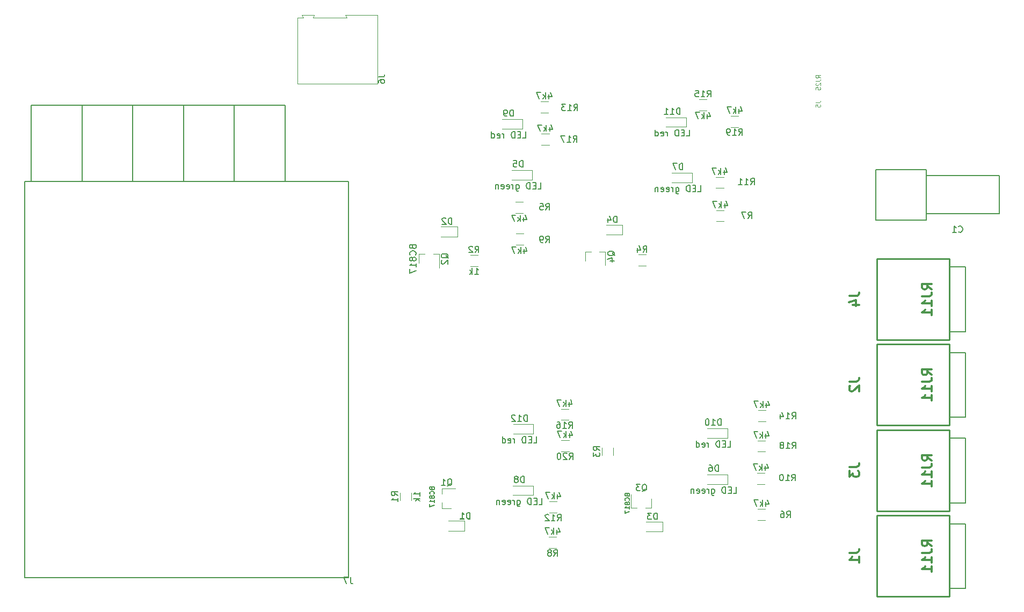
<source format=gbr>
G04 #@! TF.FileFunction,Legend,Bot*
%FSLAX46Y46*%
G04 Gerber Fmt 4.6, Leading zero omitted, Abs format (unit mm)*
G04 Created by KiCad (PCBNEW 4.0.7-e2-6376~58~ubuntu16.04.1) date Wed Jul 18 13:48:42 2018*
%MOMM*%
%LPD*%
G01*
G04 APERTURE LIST*
%ADD10C,0.100000*%
%ADD11C,0.150000*%
%ADD12C,0.250000*%
%ADD13C,0.120000*%
%ADD14C,0.304800*%
G04 APERTURE END LIST*
D10*
D11*
X137840000Y-54550000D02*
X137840000Y-66550000D01*
X145840000Y-66550000D02*
X145840000Y-54550000D01*
X153840000Y-54550000D02*
X153840000Y-66550000D01*
X161840000Y-66550000D02*
X161840000Y-54550000D01*
X129840000Y-54550000D02*
X169840000Y-54550000D01*
X169840000Y-54550000D02*
X169840000Y-66550000D01*
X129840000Y-66550000D02*
X129840000Y-54550000D01*
X179840000Y-129050000D02*
X128840000Y-129050000D01*
X128840000Y-129050000D02*
X128840000Y-66550000D01*
X128840000Y-66550000D02*
X179840000Y-66550000D01*
X179840000Y-66550000D02*
X179840000Y-129050000D01*
X277151480Y-120550000D02*
X277151480Y-130750000D01*
X274651480Y-130750000D02*
X277151480Y-130750000D01*
X274651480Y-120550000D02*
X277151480Y-120550000D01*
D12*
X263151480Y-132050000D02*
X274651480Y-132050000D01*
X263151480Y-119250000D02*
X274651480Y-119250000D01*
X263151480Y-119250000D02*
X263151480Y-132050000D01*
X274651480Y-119250000D02*
X274651480Y-132050000D01*
D13*
X184440200Y-51139500D02*
X171840200Y-51139500D01*
X171840200Y-51139500D02*
X171840200Y-40789500D01*
X171840200Y-40789500D02*
X172790200Y-40789500D01*
X172790200Y-40789500D02*
X172540200Y-40289500D01*
X172540200Y-40289500D02*
X174440200Y-40289500D01*
X174440200Y-40289500D02*
X174490200Y-40289500D01*
X174490200Y-40289500D02*
X174240200Y-40789500D01*
X174240200Y-40789500D02*
X179640200Y-40789500D01*
X179640200Y-40789500D02*
X179340200Y-40289500D01*
X179340200Y-40289500D02*
X184440200Y-40289500D01*
X184440200Y-40289500D02*
X184440200Y-51139500D01*
X194593780Y-118118640D02*
X194593780Y-117188640D01*
X194593780Y-114958640D02*
X194593780Y-115888640D01*
X194593780Y-114958640D02*
X196753780Y-114958640D01*
X194593780Y-118118640D02*
X196053780Y-118118640D01*
X227580000Y-118060000D02*
X226650000Y-118060000D01*
X224420000Y-118060000D02*
X225350000Y-118060000D01*
X224420000Y-118060000D02*
X224420000Y-115900000D01*
X227580000Y-118060000D02*
X227580000Y-116600000D01*
X190977240Y-78013920D02*
X191907240Y-78013920D01*
X194137240Y-78013920D02*
X193207240Y-78013920D01*
X194137240Y-78013920D02*
X194137240Y-80173920D01*
X190977240Y-78013920D02*
X190977240Y-79473920D01*
X217207820Y-77630380D02*
X218137820Y-77630380D01*
X220367820Y-77630380D02*
X219437820Y-77630380D01*
X220367820Y-77630380D02*
X220367820Y-79790380D01*
X217207820Y-77630380D02*
X217207820Y-79090380D01*
D11*
X270974800Y-71675500D02*
X282474800Y-71675500D01*
X282474800Y-71675500D02*
X282474800Y-71175500D01*
X270974800Y-65675500D02*
X282474800Y-65675500D01*
X282474800Y-65675500D02*
X282474800Y-71675500D01*
X262974800Y-64675500D02*
X270974800Y-64675500D01*
X270974800Y-64675500D02*
X270974800Y-72675500D01*
X270974800Y-72675500D02*
X262974800Y-72675500D01*
X262974800Y-64675500D02*
X262974800Y-72675500D01*
D13*
X198193300Y-120069340D02*
X198193300Y-121669340D01*
X198193300Y-121669340D02*
X195593300Y-121669340D01*
X198193300Y-120069340D02*
X195593300Y-120069340D01*
X197022360Y-73653380D02*
X197022360Y-75253380D01*
X197022360Y-75253380D02*
X194422360Y-75253380D01*
X197022360Y-73653380D02*
X194422360Y-73653380D01*
X229397200Y-120209040D02*
X229397200Y-121809040D01*
X229397200Y-121809040D02*
X226797200Y-121809040D01*
X229397200Y-120209040D02*
X226797200Y-120209040D01*
X223072600Y-73389220D02*
X223072600Y-74989220D01*
X223072600Y-74989220D02*
X220472600Y-74989220D01*
X223072600Y-73389220D02*
X220472600Y-73389220D01*
X205800000Y-116050000D02*
X209000000Y-116050000D01*
X209000000Y-114550000D02*
X205800000Y-114550000D01*
X209000000Y-114550000D02*
X209000000Y-116050000D01*
X205618680Y-66285440D02*
X208818680Y-66285440D01*
X208818680Y-64785440D02*
X205618680Y-64785440D01*
X208818680Y-64785440D02*
X208818680Y-66285440D01*
X236451740Y-114288900D02*
X239651740Y-114288900D01*
X239651740Y-112788900D02*
X236451740Y-112788900D01*
X239651740Y-112788900D02*
X239651740Y-114288900D01*
X230820560Y-66732480D02*
X234020560Y-66732480D01*
X234020560Y-65232480D02*
X230820560Y-65232480D01*
X234020560Y-65232480D02*
X234020560Y-66732480D01*
X205829500Y-106374260D02*
X209029500Y-106374260D01*
X209029500Y-104874260D02*
X205829500Y-104874260D01*
X209029500Y-104874260D02*
X209029500Y-106374260D01*
X204115000Y-58269200D02*
X207315000Y-58269200D01*
X207315000Y-56769200D02*
X204115000Y-56769200D01*
X207315000Y-56769200D02*
X207315000Y-58269200D01*
X236411100Y-107019420D02*
X239611100Y-107019420D01*
X239611100Y-105519420D02*
X236411100Y-105519420D01*
X239611100Y-105519420D02*
X239611100Y-107019420D01*
X229926480Y-57959320D02*
X233126480Y-57959320D01*
X233126480Y-56459320D02*
X229926480Y-56459320D01*
X233126480Y-56459320D02*
X233126480Y-57959320D01*
X206186320Y-71556400D02*
X207386320Y-71556400D01*
X207386320Y-69796400D02*
X206186320Y-69796400D01*
X245493940Y-112564920D02*
X244293940Y-112564920D01*
X244293940Y-114324920D02*
X245493940Y-114324920D01*
X212750800Y-117042940D02*
X211550800Y-117042940D01*
X211550800Y-118802940D02*
X212750800Y-118802940D01*
X239014400Y-65859400D02*
X237814400Y-65859400D01*
X237814400Y-67619400D02*
X239014400Y-67619400D01*
X206242200Y-76585600D02*
X207442200Y-76585600D01*
X207442200Y-74825600D02*
X206242200Y-74825600D01*
X245603160Y-118206260D02*
X244403160Y-118206260D01*
X244403160Y-119966260D02*
X245603160Y-119966260D01*
X212666980Y-122630940D02*
X211466980Y-122630940D01*
X211466980Y-124390940D02*
X212666980Y-124390940D01*
X239090600Y-71117200D02*
X237890600Y-71117200D01*
X237890600Y-72877200D02*
X239090600Y-72877200D01*
X211500000Y-59070000D02*
X210300000Y-59070000D01*
X210300000Y-60830000D02*
X211500000Y-60830000D01*
X245641260Y-102623360D02*
X244441260Y-102623360D01*
X244441260Y-104383360D02*
X245641260Y-104383360D01*
X241350000Y-56220000D02*
X240150000Y-56220000D01*
X240150000Y-57980000D02*
X241350000Y-57980000D01*
X211350000Y-53945000D02*
X210150000Y-53945000D01*
X210150000Y-55705000D02*
X211350000Y-55705000D01*
X245565060Y-107423960D02*
X244365060Y-107423960D01*
X244365060Y-109183960D02*
X245565060Y-109183960D01*
X214625000Y-107370000D02*
X213425000Y-107370000D01*
X213425000Y-109130000D02*
X214625000Y-109130000D01*
X235175000Y-55355000D02*
X236375000Y-55355000D01*
X236375000Y-53595000D02*
X235175000Y-53595000D01*
X189784720Y-116874480D02*
X189784720Y-115674480D01*
X188024720Y-115674480D02*
X188024720Y-116874480D01*
X221608380Y-109749780D02*
X221608380Y-108549780D01*
X219848380Y-108549780D02*
X219848380Y-109749780D01*
X199061620Y-79910460D02*
X200261620Y-79910460D01*
X200261620Y-78150460D02*
X199061620Y-78150460D01*
X225546200Y-79862200D02*
X226746200Y-79862200D01*
X226746200Y-78102200D02*
X225546200Y-78102200D01*
X214554200Y-102445560D02*
X213354200Y-102445560D01*
X213354200Y-104205560D02*
X214554200Y-104205560D01*
D11*
X277151480Y-107050000D02*
X277151480Y-117250000D01*
X274651480Y-117250000D02*
X277151480Y-117250000D01*
X274651480Y-107050000D02*
X277151480Y-107050000D01*
D12*
X263151480Y-118550000D02*
X274651480Y-118550000D01*
X263151480Y-105750000D02*
X274651480Y-105750000D01*
X263151480Y-105750000D02*
X263151480Y-118550000D01*
X274651480Y-105750000D02*
X274651480Y-118550000D01*
D11*
X277151480Y-80050000D02*
X277151480Y-90250000D01*
X274651480Y-90250000D02*
X277151480Y-90250000D01*
X274651480Y-80050000D02*
X277151480Y-80050000D01*
D12*
X263151480Y-91550000D02*
X274651480Y-91550000D01*
X263151480Y-78750000D02*
X274651480Y-78750000D01*
X263151480Y-78750000D02*
X263151480Y-91550000D01*
X274651480Y-78750000D02*
X274651480Y-91550000D01*
D11*
X277151480Y-93550000D02*
X277151480Y-103750000D01*
X274651480Y-103750000D02*
X277151480Y-103750000D01*
X274651480Y-93550000D02*
X277151480Y-93550000D01*
D12*
X263151480Y-105050000D02*
X274651480Y-105050000D01*
X263151480Y-92250000D02*
X274651480Y-92250000D01*
X263151480Y-92250000D02*
X263151480Y-105050000D01*
X274651480Y-92250000D02*
X274651480Y-105050000D01*
D11*
X180173333Y-129002381D02*
X180173333Y-129716667D01*
X180220953Y-129859524D01*
X180316191Y-129954762D01*
X180459048Y-130002381D01*
X180554286Y-130002381D01*
X179792381Y-129002381D02*
X179125714Y-129002381D01*
X179554286Y-130002381D01*
D14*
X258826909Y-125142000D02*
X259915480Y-125142000D01*
X260133194Y-125069428D01*
X260278337Y-124924285D01*
X260350909Y-124706571D01*
X260350909Y-124561428D01*
X260350909Y-126666000D02*
X260350909Y-125795143D01*
X260350909Y-126230571D02*
X258826909Y-126230571D01*
X259044623Y-126085428D01*
X259189766Y-125940286D01*
X259262337Y-125795143D01*
X271850909Y-124089714D02*
X271125194Y-123581714D01*
X271850909Y-123218857D02*
X270326909Y-123218857D01*
X270326909Y-123799429D01*
X270399480Y-123944571D01*
X270472051Y-124017143D01*
X270617194Y-124089714D01*
X270834909Y-124089714D01*
X270980051Y-124017143D01*
X271052623Y-123944571D01*
X271125194Y-123799429D01*
X271125194Y-123218857D01*
X270326909Y-125178286D02*
X271415480Y-125178286D01*
X271633194Y-125105714D01*
X271778337Y-124960571D01*
X271850909Y-124742857D01*
X271850909Y-124597714D01*
X271850909Y-126702286D02*
X271850909Y-125831429D01*
X271850909Y-126266857D02*
X270326909Y-126266857D01*
X270544623Y-126121714D01*
X270689766Y-125976572D01*
X270762337Y-125831429D01*
X271850909Y-128153715D02*
X271850909Y-127282858D01*
X271850909Y-127718286D02*
X270326909Y-127718286D01*
X270544623Y-127573143D01*
X270689766Y-127428001D01*
X270762337Y-127282858D01*
D11*
X184582581Y-50076167D02*
X185296867Y-50076167D01*
X185439724Y-50028547D01*
X185534962Y-49933309D01*
X185582581Y-49790452D01*
X185582581Y-49695214D01*
X184582581Y-50980929D02*
X184582581Y-50790452D01*
X184630200Y-50695214D01*
X184677819Y-50647595D01*
X184820676Y-50552357D01*
X185011152Y-50504738D01*
X185392105Y-50504738D01*
X185487343Y-50552357D01*
X185534962Y-50599976D01*
X185582581Y-50695214D01*
X185582581Y-50885691D01*
X185534962Y-50980929D01*
X185487343Y-51028548D01*
X185392105Y-51076167D01*
X185154010Y-51076167D01*
X185058771Y-51028548D01*
X185011152Y-50980929D01*
X184963533Y-50885691D01*
X184963533Y-50695214D01*
X185011152Y-50599976D01*
X185058771Y-50552357D01*
X185154010Y-50504738D01*
X195449018Y-114586259D02*
X195544256Y-114538640D01*
X195639494Y-114443402D01*
X195782351Y-114300545D01*
X195877590Y-114252926D01*
X195972828Y-114252926D01*
X195925209Y-114491021D02*
X196020447Y-114443402D01*
X196115685Y-114348164D01*
X196163304Y-114157688D01*
X196163304Y-113824354D01*
X196115685Y-113633878D01*
X196020447Y-113538640D01*
X195925209Y-113491021D01*
X195734732Y-113491021D01*
X195639494Y-113538640D01*
X195544256Y-113633878D01*
X195496637Y-113824354D01*
X195496637Y-114157688D01*
X195544256Y-114348164D01*
X195639494Y-114443402D01*
X195734732Y-114491021D01*
X195925209Y-114491021D01*
X194544256Y-114491021D02*
X195115685Y-114491021D01*
X194829971Y-114491021D02*
X194829971Y-113491021D01*
X194925209Y-113633878D01*
X195020447Y-113729116D01*
X195115685Y-113776735D01*
X193020000Y-115010000D02*
X193053333Y-115110000D01*
X193086667Y-115143333D01*
X193153333Y-115176667D01*
X193253333Y-115176667D01*
X193320000Y-115143333D01*
X193353333Y-115110000D01*
X193386667Y-115043333D01*
X193386667Y-114776667D01*
X192686667Y-114776667D01*
X192686667Y-115010000D01*
X192720000Y-115076667D01*
X192753333Y-115110000D01*
X192820000Y-115143333D01*
X192886667Y-115143333D01*
X192953333Y-115110000D01*
X192986667Y-115076667D01*
X193020000Y-115010000D01*
X193020000Y-114776667D01*
X193320000Y-115876667D02*
X193353333Y-115843333D01*
X193386667Y-115743333D01*
X193386667Y-115676667D01*
X193353333Y-115576667D01*
X193286667Y-115510000D01*
X193220000Y-115476667D01*
X193086667Y-115443333D01*
X192986667Y-115443333D01*
X192853333Y-115476667D01*
X192786667Y-115510000D01*
X192720000Y-115576667D01*
X192686667Y-115676667D01*
X192686667Y-115743333D01*
X192720000Y-115843333D01*
X192753333Y-115876667D01*
X192986667Y-116276667D02*
X192953333Y-116210000D01*
X192920000Y-116176667D01*
X192853333Y-116143333D01*
X192820000Y-116143333D01*
X192753333Y-116176667D01*
X192720000Y-116210000D01*
X192686667Y-116276667D01*
X192686667Y-116410000D01*
X192720000Y-116476667D01*
X192753333Y-116510000D01*
X192820000Y-116543333D01*
X192853333Y-116543333D01*
X192920000Y-116510000D01*
X192953333Y-116476667D01*
X192986667Y-116410000D01*
X192986667Y-116276667D01*
X193020000Y-116210000D01*
X193053333Y-116176667D01*
X193120000Y-116143333D01*
X193253333Y-116143333D01*
X193320000Y-116176667D01*
X193353333Y-116210000D01*
X193386667Y-116276667D01*
X193386667Y-116410000D01*
X193353333Y-116476667D01*
X193320000Y-116510000D01*
X193253333Y-116543333D01*
X193120000Y-116543333D01*
X193053333Y-116510000D01*
X193020000Y-116476667D01*
X192986667Y-116410000D01*
X193386667Y-117210000D02*
X193386667Y-116810000D01*
X193386667Y-117010000D02*
X192686667Y-117010000D01*
X192786667Y-116943334D01*
X192853333Y-116876667D01*
X192886667Y-116810000D01*
X192686667Y-117443334D02*
X192686667Y-117910001D01*
X193386667Y-117610001D01*
X226155238Y-115437619D02*
X226250476Y-115390000D01*
X226345714Y-115294762D01*
X226488571Y-115151905D01*
X226583810Y-115104286D01*
X226679048Y-115104286D01*
X226631429Y-115342381D02*
X226726667Y-115294762D01*
X226821905Y-115199524D01*
X226869524Y-115009048D01*
X226869524Y-114675714D01*
X226821905Y-114485238D01*
X226726667Y-114390000D01*
X226631429Y-114342381D01*
X226440952Y-114342381D01*
X226345714Y-114390000D01*
X226250476Y-114485238D01*
X226202857Y-114675714D01*
X226202857Y-115009048D01*
X226250476Y-115199524D01*
X226345714Y-115294762D01*
X226440952Y-115342381D01*
X226631429Y-115342381D01*
X225869524Y-114342381D02*
X225250476Y-114342381D01*
X225583810Y-114723333D01*
X225440952Y-114723333D01*
X225345714Y-114770952D01*
X225298095Y-114818571D01*
X225250476Y-114913810D01*
X225250476Y-115151905D01*
X225298095Y-115247143D01*
X225345714Y-115294762D01*
X225440952Y-115342381D01*
X225726667Y-115342381D01*
X225821905Y-115294762D01*
X225869524Y-115247143D01*
X223810000Y-116020000D02*
X223843333Y-116120000D01*
X223876667Y-116153333D01*
X223943333Y-116186667D01*
X224043333Y-116186667D01*
X224110000Y-116153333D01*
X224143333Y-116120000D01*
X224176667Y-116053333D01*
X224176667Y-115786667D01*
X223476667Y-115786667D01*
X223476667Y-116020000D01*
X223510000Y-116086667D01*
X223543333Y-116120000D01*
X223610000Y-116153333D01*
X223676667Y-116153333D01*
X223743333Y-116120000D01*
X223776667Y-116086667D01*
X223810000Y-116020000D01*
X223810000Y-115786667D01*
X224110000Y-116886667D02*
X224143333Y-116853333D01*
X224176667Y-116753333D01*
X224176667Y-116686667D01*
X224143333Y-116586667D01*
X224076667Y-116520000D01*
X224010000Y-116486667D01*
X223876667Y-116453333D01*
X223776667Y-116453333D01*
X223643333Y-116486667D01*
X223576667Y-116520000D01*
X223510000Y-116586667D01*
X223476667Y-116686667D01*
X223476667Y-116753333D01*
X223510000Y-116853333D01*
X223543333Y-116886667D01*
X223776667Y-117286667D02*
X223743333Y-117220000D01*
X223710000Y-117186667D01*
X223643333Y-117153333D01*
X223610000Y-117153333D01*
X223543333Y-117186667D01*
X223510000Y-117220000D01*
X223476667Y-117286667D01*
X223476667Y-117420000D01*
X223510000Y-117486667D01*
X223543333Y-117520000D01*
X223610000Y-117553333D01*
X223643333Y-117553333D01*
X223710000Y-117520000D01*
X223743333Y-117486667D01*
X223776667Y-117420000D01*
X223776667Y-117286667D01*
X223810000Y-117220000D01*
X223843333Y-117186667D01*
X223910000Y-117153333D01*
X224043333Y-117153333D01*
X224110000Y-117186667D01*
X224143333Y-117220000D01*
X224176667Y-117286667D01*
X224176667Y-117420000D01*
X224143333Y-117486667D01*
X224110000Y-117520000D01*
X224043333Y-117553333D01*
X223910000Y-117553333D01*
X223843333Y-117520000D01*
X223810000Y-117486667D01*
X223776667Y-117420000D01*
X224176667Y-118220000D02*
X224176667Y-117820000D01*
X224176667Y-118020000D02*
X223476667Y-118020000D01*
X223576667Y-117953334D01*
X223643333Y-117886667D01*
X223676667Y-117820000D01*
X223476667Y-118453334D02*
X223476667Y-118920001D01*
X224176667Y-118620001D01*
X195604859Y-78678682D02*
X195557240Y-78583444D01*
X195462002Y-78488206D01*
X195319145Y-78345349D01*
X195271526Y-78250110D01*
X195271526Y-78154872D01*
X195509621Y-78202491D02*
X195462002Y-78107253D01*
X195366764Y-78012015D01*
X195176288Y-77964396D01*
X194842954Y-77964396D01*
X194652478Y-78012015D01*
X194557240Y-78107253D01*
X194509621Y-78202491D01*
X194509621Y-78392968D01*
X194557240Y-78488206D01*
X194652478Y-78583444D01*
X194842954Y-78631063D01*
X195176288Y-78631063D01*
X195366764Y-78583444D01*
X195462002Y-78488206D01*
X195509621Y-78392968D01*
X195509621Y-78202491D01*
X194604859Y-79012015D02*
X194557240Y-79059634D01*
X194509621Y-79154872D01*
X194509621Y-79392968D01*
X194557240Y-79488206D01*
X194604859Y-79535825D01*
X194700097Y-79583444D01*
X194795335Y-79583444D01*
X194938192Y-79535825D01*
X195509621Y-78964396D01*
X195509621Y-79583444D01*
X189985811Y-76916778D02*
X190033430Y-77059635D01*
X190081050Y-77107254D01*
X190176288Y-77154873D01*
X190319145Y-77154873D01*
X190414383Y-77107254D01*
X190462002Y-77059635D01*
X190509621Y-76964397D01*
X190509621Y-76583444D01*
X189509621Y-76583444D01*
X189509621Y-76916778D01*
X189557240Y-77012016D01*
X189604859Y-77059635D01*
X189700097Y-77107254D01*
X189795335Y-77107254D01*
X189890573Y-77059635D01*
X189938192Y-77012016D01*
X189985811Y-76916778D01*
X189985811Y-76583444D01*
X190414383Y-78154873D02*
X190462002Y-78107254D01*
X190509621Y-77964397D01*
X190509621Y-77869159D01*
X190462002Y-77726301D01*
X190366764Y-77631063D01*
X190271526Y-77583444D01*
X190081050Y-77535825D01*
X189938192Y-77535825D01*
X189747716Y-77583444D01*
X189652478Y-77631063D01*
X189557240Y-77726301D01*
X189509621Y-77869159D01*
X189509621Y-77964397D01*
X189557240Y-78107254D01*
X189604859Y-78154873D01*
X189938192Y-78726301D02*
X189890573Y-78631063D01*
X189842954Y-78583444D01*
X189747716Y-78535825D01*
X189700097Y-78535825D01*
X189604859Y-78583444D01*
X189557240Y-78631063D01*
X189509621Y-78726301D01*
X189509621Y-78916778D01*
X189557240Y-79012016D01*
X189604859Y-79059635D01*
X189700097Y-79107254D01*
X189747716Y-79107254D01*
X189842954Y-79059635D01*
X189890573Y-79012016D01*
X189938192Y-78916778D01*
X189938192Y-78726301D01*
X189985811Y-78631063D01*
X190033430Y-78583444D01*
X190128669Y-78535825D01*
X190319145Y-78535825D01*
X190414383Y-78583444D01*
X190462002Y-78631063D01*
X190509621Y-78726301D01*
X190509621Y-78916778D01*
X190462002Y-79012016D01*
X190414383Y-79059635D01*
X190319145Y-79107254D01*
X190128669Y-79107254D01*
X190033430Y-79059635D01*
X189985811Y-79012016D01*
X189938192Y-78916778D01*
X190509621Y-80059635D02*
X190509621Y-79488206D01*
X190509621Y-79773920D02*
X189509621Y-79773920D01*
X189652478Y-79678682D01*
X189747716Y-79583444D01*
X189795335Y-79488206D01*
X189509621Y-80392968D02*
X189509621Y-81059635D01*
X190509621Y-80631063D01*
X221835439Y-78295142D02*
X221787820Y-78199904D01*
X221692582Y-78104666D01*
X221549725Y-77961809D01*
X221502106Y-77866570D01*
X221502106Y-77771332D01*
X221740201Y-77818951D02*
X221692582Y-77723713D01*
X221597344Y-77628475D01*
X221406868Y-77580856D01*
X221073534Y-77580856D01*
X220883058Y-77628475D01*
X220787820Y-77723713D01*
X220740201Y-77818951D01*
X220740201Y-78009428D01*
X220787820Y-78104666D01*
X220883058Y-78199904D01*
X221073534Y-78247523D01*
X221406868Y-78247523D01*
X221597344Y-78199904D01*
X221692582Y-78104666D01*
X221740201Y-78009428D01*
X221740201Y-77818951D01*
X221073534Y-79104666D02*
X221740201Y-79104666D01*
X220692582Y-78866570D02*
X221406868Y-78628475D01*
X221406868Y-79247523D01*
D10*
X253548147Y-54135907D02*
X254048147Y-54135907D01*
X254148147Y-54102573D01*
X254214813Y-54035907D01*
X254248147Y-53935907D01*
X254248147Y-53869240D01*
X253548147Y-54802573D02*
X253548147Y-54469240D01*
X253881480Y-54435906D01*
X253848147Y-54469240D01*
X253814813Y-54535906D01*
X253814813Y-54702573D01*
X253848147Y-54769240D01*
X253881480Y-54802573D01*
X253948147Y-54835906D01*
X254114813Y-54835906D01*
X254181480Y-54802573D01*
X254214813Y-54769240D01*
X254248147Y-54702573D01*
X254248147Y-54535906D01*
X254214813Y-54469240D01*
X254181480Y-54435906D01*
X254258147Y-50242574D02*
X253924813Y-50009240D01*
X254258147Y-49842574D02*
X253558147Y-49842574D01*
X253558147Y-50109240D01*
X253591480Y-50175907D01*
X253624813Y-50209240D01*
X253691480Y-50242574D01*
X253791480Y-50242574D01*
X253858147Y-50209240D01*
X253891480Y-50175907D01*
X253924813Y-50109240D01*
X253924813Y-49842574D01*
X253558147Y-50742574D02*
X254058147Y-50742574D01*
X254158147Y-50709240D01*
X254224813Y-50642574D01*
X254258147Y-50542574D01*
X254258147Y-50475907D01*
X253624813Y-51042573D02*
X253591480Y-51075907D01*
X253558147Y-51142573D01*
X253558147Y-51309240D01*
X253591480Y-51375907D01*
X253624813Y-51409240D01*
X253691480Y-51442573D01*
X253758147Y-51442573D01*
X253858147Y-51409240D01*
X254258147Y-51009240D01*
X254258147Y-51442573D01*
X253558147Y-52075907D02*
X253558147Y-51742574D01*
X253891480Y-51709240D01*
X253858147Y-51742574D01*
X253824813Y-51809240D01*
X253824813Y-51975907D01*
X253858147Y-52042574D01*
X253891480Y-52075907D01*
X253958147Y-52109240D01*
X254124813Y-52109240D01*
X254191480Y-52075907D01*
X254224813Y-52042574D01*
X254258147Y-51975907D01*
X254258147Y-51809240D01*
X254224813Y-51742574D01*
X254191480Y-51709240D01*
D11*
X276071466Y-74492643D02*
X276119085Y-74540262D01*
X276261942Y-74587881D01*
X276357180Y-74587881D01*
X276500038Y-74540262D01*
X276595276Y-74445024D01*
X276642895Y-74349786D01*
X276690514Y-74159310D01*
X276690514Y-74016452D01*
X276642895Y-73825976D01*
X276595276Y-73730738D01*
X276500038Y-73635500D01*
X276357180Y-73587881D01*
X276261942Y-73587881D01*
X276119085Y-73635500D01*
X276071466Y-73683119D01*
X275119085Y-74587881D02*
X275690514Y-74587881D01*
X275404800Y-74587881D02*
X275404800Y-73587881D01*
X275500038Y-73730738D01*
X275595276Y-73825976D01*
X275690514Y-73873595D01*
X199028095Y-119782381D02*
X199028095Y-118782381D01*
X198790000Y-118782381D01*
X198647142Y-118830000D01*
X198551904Y-118925238D01*
X198504285Y-119020476D01*
X198456666Y-119210952D01*
X198456666Y-119353810D01*
X198504285Y-119544286D01*
X198551904Y-119639524D01*
X198647142Y-119734762D01*
X198790000Y-119782381D01*
X199028095Y-119782381D01*
X197504285Y-119782381D02*
X198075714Y-119782381D01*
X197790000Y-119782381D02*
X197790000Y-118782381D01*
X197885238Y-118925238D01*
X197980476Y-119020476D01*
X198075714Y-119068095D01*
X199028095Y-119792381D02*
X199028095Y-118792381D01*
X198790000Y-118792381D01*
X198647142Y-118840000D01*
X198551904Y-118935238D01*
X198504285Y-119030476D01*
X198456666Y-119220952D01*
X198456666Y-119363810D01*
X198504285Y-119554286D01*
X198551904Y-119649524D01*
X198647142Y-119744762D01*
X198790000Y-119792381D01*
X199028095Y-119792381D01*
X197504285Y-119792381D02*
X198075714Y-119792381D01*
X197790000Y-119792381D02*
X197790000Y-118792381D01*
X197885238Y-118935238D01*
X197980476Y-119030476D01*
X198075714Y-119078095D01*
X196160455Y-73305761D02*
X196160455Y-72305761D01*
X195922360Y-72305761D01*
X195779502Y-72353380D01*
X195684264Y-72448618D01*
X195636645Y-72543856D01*
X195589026Y-72734332D01*
X195589026Y-72877190D01*
X195636645Y-73067666D01*
X195684264Y-73162904D01*
X195779502Y-73258142D01*
X195922360Y-73305761D01*
X196160455Y-73305761D01*
X195208074Y-72400999D02*
X195160455Y-72353380D01*
X195065217Y-72305761D01*
X194827121Y-72305761D01*
X194731883Y-72353380D01*
X194684264Y-72400999D01*
X194636645Y-72496237D01*
X194636645Y-72591475D01*
X194684264Y-72734332D01*
X195255693Y-73305761D01*
X194636645Y-73305761D01*
X228535295Y-119861421D02*
X228535295Y-118861421D01*
X228297200Y-118861421D01*
X228154342Y-118909040D01*
X228059104Y-119004278D01*
X228011485Y-119099516D01*
X227963866Y-119289992D01*
X227963866Y-119432850D01*
X228011485Y-119623326D01*
X228059104Y-119718564D01*
X228154342Y-119813802D01*
X228297200Y-119861421D01*
X228535295Y-119861421D01*
X227630533Y-118861421D02*
X227011485Y-118861421D01*
X227344819Y-119242373D01*
X227201961Y-119242373D01*
X227106723Y-119289992D01*
X227059104Y-119337611D01*
X227011485Y-119432850D01*
X227011485Y-119670945D01*
X227059104Y-119766183D01*
X227106723Y-119813802D01*
X227201961Y-119861421D01*
X227487676Y-119861421D01*
X227582914Y-119813802D01*
X227630533Y-119766183D01*
X222210695Y-73041601D02*
X222210695Y-72041601D01*
X221972600Y-72041601D01*
X221829742Y-72089220D01*
X221734504Y-72184458D01*
X221686885Y-72279696D01*
X221639266Y-72470172D01*
X221639266Y-72613030D01*
X221686885Y-72803506D01*
X221734504Y-72898744D01*
X221829742Y-72993982D01*
X221972600Y-73041601D01*
X222210695Y-73041601D01*
X220782123Y-72374934D02*
X220782123Y-73041601D01*
X221020219Y-71993982D02*
X221258314Y-72708268D01*
X220639266Y-72708268D01*
X207538095Y-114052381D02*
X207538095Y-113052381D01*
X207300000Y-113052381D01*
X207157142Y-113100000D01*
X207061904Y-113195238D01*
X207014285Y-113290476D01*
X206966666Y-113480952D01*
X206966666Y-113623810D01*
X207014285Y-113814286D01*
X207061904Y-113909524D01*
X207157142Y-114004762D01*
X207300000Y-114052381D01*
X207538095Y-114052381D01*
X206395238Y-113480952D02*
X206490476Y-113433333D01*
X206538095Y-113385714D01*
X206585714Y-113290476D01*
X206585714Y-113242857D01*
X206538095Y-113147619D01*
X206490476Y-113100000D01*
X206395238Y-113052381D01*
X206204761Y-113052381D01*
X206109523Y-113100000D01*
X206061904Y-113147619D01*
X206014285Y-113242857D01*
X206014285Y-113290476D01*
X206061904Y-113385714D01*
X206109523Y-113433333D01*
X206204761Y-113480952D01*
X206395238Y-113480952D01*
X206490476Y-113528571D01*
X206538095Y-113576190D01*
X206585714Y-113671429D01*
X206585714Y-113861905D01*
X206538095Y-113957143D01*
X206490476Y-114004762D01*
X206395238Y-114052381D01*
X206204761Y-114052381D01*
X206109523Y-114004762D01*
X206061904Y-113957143D01*
X206014285Y-113861905D01*
X206014285Y-113671429D01*
X206061904Y-113576190D01*
X206109523Y-113528571D01*
X206204761Y-113480952D01*
X209895238Y-117502381D02*
X210371429Y-117502381D01*
X210371429Y-116502381D01*
X209561905Y-116978571D02*
X209228571Y-116978571D01*
X209085714Y-117502381D02*
X209561905Y-117502381D01*
X209561905Y-116502381D01*
X209085714Y-116502381D01*
X208657143Y-117502381D02*
X208657143Y-116502381D01*
X208419048Y-116502381D01*
X208276190Y-116550000D01*
X208180952Y-116645238D01*
X208133333Y-116740476D01*
X208085714Y-116930952D01*
X208085714Y-117073810D01*
X208133333Y-117264286D01*
X208180952Y-117359524D01*
X208276190Y-117454762D01*
X208419048Y-117502381D01*
X208657143Y-117502381D01*
X206466666Y-116835714D02*
X206466666Y-117645238D01*
X206514285Y-117740476D01*
X206561904Y-117788095D01*
X206657143Y-117835714D01*
X206800000Y-117835714D01*
X206895238Y-117788095D01*
X206466666Y-117454762D02*
X206561904Y-117502381D01*
X206752381Y-117502381D01*
X206847619Y-117454762D01*
X206895238Y-117407143D01*
X206942857Y-117311905D01*
X206942857Y-117026190D01*
X206895238Y-116930952D01*
X206847619Y-116883333D01*
X206752381Y-116835714D01*
X206561904Y-116835714D01*
X206466666Y-116883333D01*
X205990476Y-117502381D02*
X205990476Y-116835714D01*
X205990476Y-117026190D02*
X205942857Y-116930952D01*
X205895238Y-116883333D01*
X205800000Y-116835714D01*
X205704761Y-116835714D01*
X204990475Y-117454762D02*
X205085713Y-117502381D01*
X205276190Y-117502381D01*
X205371428Y-117454762D01*
X205419047Y-117359524D01*
X205419047Y-116978571D01*
X205371428Y-116883333D01*
X205276190Y-116835714D01*
X205085713Y-116835714D01*
X204990475Y-116883333D01*
X204942856Y-116978571D01*
X204942856Y-117073810D01*
X205419047Y-117169048D01*
X204133332Y-117454762D02*
X204228570Y-117502381D01*
X204419047Y-117502381D01*
X204514285Y-117454762D01*
X204561904Y-117359524D01*
X204561904Y-116978571D01*
X204514285Y-116883333D01*
X204419047Y-116835714D01*
X204228570Y-116835714D01*
X204133332Y-116883333D01*
X204085713Y-116978571D01*
X204085713Y-117073810D01*
X204561904Y-117169048D01*
X203657142Y-116835714D02*
X203657142Y-117502381D01*
X203657142Y-116930952D02*
X203609523Y-116883333D01*
X203514285Y-116835714D01*
X203371427Y-116835714D01*
X203276189Y-116883333D01*
X203228570Y-116978571D01*
X203228570Y-117502381D01*
X207356775Y-64287821D02*
X207356775Y-63287821D01*
X207118680Y-63287821D01*
X206975822Y-63335440D01*
X206880584Y-63430678D01*
X206832965Y-63525916D01*
X206785346Y-63716392D01*
X206785346Y-63859250D01*
X206832965Y-64049726D01*
X206880584Y-64144964D01*
X206975822Y-64240202D01*
X207118680Y-64287821D01*
X207356775Y-64287821D01*
X205880584Y-63287821D02*
X206356775Y-63287821D01*
X206404394Y-63764011D01*
X206356775Y-63716392D01*
X206261537Y-63668773D01*
X206023441Y-63668773D01*
X205928203Y-63716392D01*
X205880584Y-63764011D01*
X205832965Y-63859250D01*
X205832965Y-64097345D01*
X205880584Y-64192583D01*
X205928203Y-64240202D01*
X206023441Y-64287821D01*
X206261537Y-64287821D01*
X206356775Y-64240202D01*
X206404394Y-64192583D01*
X209713918Y-67737821D02*
X210190109Y-67737821D01*
X210190109Y-66737821D01*
X209380585Y-67214011D02*
X209047251Y-67214011D01*
X208904394Y-67737821D02*
X209380585Y-67737821D01*
X209380585Y-66737821D01*
X208904394Y-66737821D01*
X208475823Y-67737821D02*
X208475823Y-66737821D01*
X208237728Y-66737821D01*
X208094870Y-66785440D01*
X207999632Y-66880678D01*
X207952013Y-66975916D01*
X207904394Y-67166392D01*
X207904394Y-67309250D01*
X207952013Y-67499726D01*
X207999632Y-67594964D01*
X208094870Y-67690202D01*
X208237728Y-67737821D01*
X208475823Y-67737821D01*
X206285346Y-67071154D02*
X206285346Y-67880678D01*
X206332965Y-67975916D01*
X206380584Y-68023535D01*
X206475823Y-68071154D01*
X206618680Y-68071154D01*
X206713918Y-68023535D01*
X206285346Y-67690202D02*
X206380584Y-67737821D01*
X206571061Y-67737821D01*
X206666299Y-67690202D01*
X206713918Y-67642583D01*
X206761537Y-67547345D01*
X206761537Y-67261630D01*
X206713918Y-67166392D01*
X206666299Y-67118773D01*
X206571061Y-67071154D01*
X206380584Y-67071154D01*
X206285346Y-67118773D01*
X205809156Y-67737821D02*
X205809156Y-67071154D01*
X205809156Y-67261630D02*
X205761537Y-67166392D01*
X205713918Y-67118773D01*
X205618680Y-67071154D01*
X205523441Y-67071154D01*
X204809155Y-67690202D02*
X204904393Y-67737821D01*
X205094870Y-67737821D01*
X205190108Y-67690202D01*
X205237727Y-67594964D01*
X205237727Y-67214011D01*
X205190108Y-67118773D01*
X205094870Y-67071154D01*
X204904393Y-67071154D01*
X204809155Y-67118773D01*
X204761536Y-67214011D01*
X204761536Y-67309250D01*
X205237727Y-67404488D01*
X203952012Y-67690202D02*
X204047250Y-67737821D01*
X204237727Y-67737821D01*
X204332965Y-67690202D01*
X204380584Y-67594964D01*
X204380584Y-67214011D01*
X204332965Y-67118773D01*
X204237727Y-67071154D01*
X204047250Y-67071154D01*
X203952012Y-67118773D01*
X203904393Y-67214011D01*
X203904393Y-67309250D01*
X204380584Y-67404488D01*
X203475822Y-67071154D02*
X203475822Y-67737821D01*
X203475822Y-67166392D02*
X203428203Y-67118773D01*
X203332965Y-67071154D01*
X203190107Y-67071154D01*
X203094869Y-67118773D01*
X203047250Y-67214011D01*
X203047250Y-67737821D01*
X238189835Y-112291281D02*
X238189835Y-111291281D01*
X237951740Y-111291281D01*
X237808882Y-111338900D01*
X237713644Y-111434138D01*
X237666025Y-111529376D01*
X237618406Y-111719852D01*
X237618406Y-111862710D01*
X237666025Y-112053186D01*
X237713644Y-112148424D01*
X237808882Y-112243662D01*
X237951740Y-112291281D01*
X238189835Y-112291281D01*
X236761263Y-111291281D02*
X236951740Y-111291281D01*
X237046978Y-111338900D01*
X237094597Y-111386519D01*
X237189835Y-111529376D01*
X237237454Y-111719852D01*
X237237454Y-112100805D01*
X237189835Y-112196043D01*
X237142216Y-112243662D01*
X237046978Y-112291281D01*
X236856501Y-112291281D01*
X236761263Y-112243662D01*
X236713644Y-112196043D01*
X236666025Y-112100805D01*
X236666025Y-111862710D01*
X236713644Y-111767471D01*
X236761263Y-111719852D01*
X236856501Y-111672233D01*
X237046978Y-111672233D01*
X237142216Y-111719852D01*
X237189835Y-111767471D01*
X237237454Y-111862710D01*
X240546978Y-115741281D02*
X241023169Y-115741281D01*
X241023169Y-114741281D01*
X240213645Y-115217471D02*
X239880311Y-115217471D01*
X239737454Y-115741281D02*
X240213645Y-115741281D01*
X240213645Y-114741281D01*
X239737454Y-114741281D01*
X239308883Y-115741281D02*
X239308883Y-114741281D01*
X239070788Y-114741281D01*
X238927930Y-114788900D01*
X238832692Y-114884138D01*
X238785073Y-114979376D01*
X238737454Y-115169852D01*
X238737454Y-115312710D01*
X238785073Y-115503186D01*
X238832692Y-115598424D01*
X238927930Y-115693662D01*
X239070788Y-115741281D01*
X239308883Y-115741281D01*
X237118406Y-115074614D02*
X237118406Y-115884138D01*
X237166025Y-115979376D01*
X237213644Y-116026995D01*
X237308883Y-116074614D01*
X237451740Y-116074614D01*
X237546978Y-116026995D01*
X237118406Y-115693662D02*
X237213644Y-115741281D01*
X237404121Y-115741281D01*
X237499359Y-115693662D01*
X237546978Y-115646043D01*
X237594597Y-115550805D01*
X237594597Y-115265090D01*
X237546978Y-115169852D01*
X237499359Y-115122233D01*
X237404121Y-115074614D01*
X237213644Y-115074614D01*
X237118406Y-115122233D01*
X236642216Y-115741281D02*
X236642216Y-115074614D01*
X236642216Y-115265090D02*
X236594597Y-115169852D01*
X236546978Y-115122233D01*
X236451740Y-115074614D01*
X236356501Y-115074614D01*
X235642215Y-115693662D02*
X235737453Y-115741281D01*
X235927930Y-115741281D01*
X236023168Y-115693662D01*
X236070787Y-115598424D01*
X236070787Y-115217471D01*
X236023168Y-115122233D01*
X235927930Y-115074614D01*
X235737453Y-115074614D01*
X235642215Y-115122233D01*
X235594596Y-115217471D01*
X235594596Y-115312710D01*
X236070787Y-115407948D01*
X234785072Y-115693662D02*
X234880310Y-115741281D01*
X235070787Y-115741281D01*
X235166025Y-115693662D01*
X235213644Y-115598424D01*
X235213644Y-115217471D01*
X235166025Y-115122233D01*
X235070787Y-115074614D01*
X234880310Y-115074614D01*
X234785072Y-115122233D01*
X234737453Y-115217471D01*
X234737453Y-115312710D01*
X235213644Y-115407948D01*
X234308882Y-115074614D02*
X234308882Y-115741281D01*
X234308882Y-115169852D02*
X234261263Y-115122233D01*
X234166025Y-115074614D01*
X234023167Y-115074614D01*
X233927929Y-115122233D01*
X233880310Y-115217471D01*
X233880310Y-115741281D01*
X232558655Y-64734861D02*
X232558655Y-63734861D01*
X232320560Y-63734861D01*
X232177702Y-63782480D01*
X232082464Y-63877718D01*
X232034845Y-63972956D01*
X231987226Y-64163432D01*
X231987226Y-64306290D01*
X232034845Y-64496766D01*
X232082464Y-64592004D01*
X232177702Y-64687242D01*
X232320560Y-64734861D01*
X232558655Y-64734861D01*
X231653893Y-63734861D02*
X230987226Y-63734861D01*
X231415798Y-64734861D01*
X234915798Y-68184861D02*
X235391989Y-68184861D01*
X235391989Y-67184861D01*
X234582465Y-67661051D02*
X234249131Y-67661051D01*
X234106274Y-68184861D02*
X234582465Y-68184861D01*
X234582465Y-67184861D01*
X234106274Y-67184861D01*
X233677703Y-68184861D02*
X233677703Y-67184861D01*
X233439608Y-67184861D01*
X233296750Y-67232480D01*
X233201512Y-67327718D01*
X233153893Y-67422956D01*
X233106274Y-67613432D01*
X233106274Y-67756290D01*
X233153893Y-67946766D01*
X233201512Y-68042004D01*
X233296750Y-68137242D01*
X233439608Y-68184861D01*
X233677703Y-68184861D01*
X231487226Y-67518194D02*
X231487226Y-68327718D01*
X231534845Y-68422956D01*
X231582464Y-68470575D01*
X231677703Y-68518194D01*
X231820560Y-68518194D01*
X231915798Y-68470575D01*
X231487226Y-68137242D02*
X231582464Y-68184861D01*
X231772941Y-68184861D01*
X231868179Y-68137242D01*
X231915798Y-68089623D01*
X231963417Y-67994385D01*
X231963417Y-67708670D01*
X231915798Y-67613432D01*
X231868179Y-67565813D01*
X231772941Y-67518194D01*
X231582464Y-67518194D01*
X231487226Y-67565813D01*
X231011036Y-68184861D02*
X231011036Y-67518194D01*
X231011036Y-67708670D02*
X230963417Y-67613432D01*
X230915798Y-67565813D01*
X230820560Y-67518194D01*
X230725321Y-67518194D01*
X230011035Y-68137242D02*
X230106273Y-68184861D01*
X230296750Y-68184861D01*
X230391988Y-68137242D01*
X230439607Y-68042004D01*
X230439607Y-67661051D01*
X230391988Y-67565813D01*
X230296750Y-67518194D01*
X230106273Y-67518194D01*
X230011035Y-67565813D01*
X229963416Y-67661051D01*
X229963416Y-67756290D01*
X230439607Y-67851528D01*
X229153892Y-68137242D02*
X229249130Y-68184861D01*
X229439607Y-68184861D01*
X229534845Y-68137242D01*
X229582464Y-68042004D01*
X229582464Y-67661051D01*
X229534845Y-67565813D01*
X229439607Y-67518194D01*
X229249130Y-67518194D01*
X229153892Y-67565813D01*
X229106273Y-67661051D01*
X229106273Y-67756290D01*
X229582464Y-67851528D01*
X228677702Y-67518194D02*
X228677702Y-68184861D01*
X228677702Y-67613432D02*
X228630083Y-67565813D01*
X228534845Y-67518194D01*
X228391987Y-67518194D01*
X228296749Y-67565813D01*
X228249130Y-67661051D01*
X228249130Y-68184861D01*
X208043786Y-104376641D02*
X208043786Y-103376641D01*
X207805691Y-103376641D01*
X207662833Y-103424260D01*
X207567595Y-103519498D01*
X207519976Y-103614736D01*
X207472357Y-103805212D01*
X207472357Y-103948070D01*
X207519976Y-104138546D01*
X207567595Y-104233784D01*
X207662833Y-104329022D01*
X207805691Y-104376641D01*
X208043786Y-104376641D01*
X206519976Y-104376641D02*
X207091405Y-104376641D01*
X206805691Y-104376641D02*
X206805691Y-103376641D01*
X206900929Y-103519498D01*
X206996167Y-103614736D01*
X207091405Y-103662355D01*
X206139024Y-103471879D02*
X206091405Y-103424260D01*
X205996167Y-103376641D01*
X205758071Y-103376641D01*
X205662833Y-103424260D01*
X205615214Y-103471879D01*
X205567595Y-103567117D01*
X205567595Y-103662355D01*
X205615214Y-103805212D01*
X206186643Y-104376641D01*
X205567595Y-104376641D01*
X209043786Y-107826641D02*
X209519977Y-107826641D01*
X209519977Y-106826641D01*
X208710453Y-107302831D02*
X208377119Y-107302831D01*
X208234262Y-107826641D02*
X208710453Y-107826641D01*
X208710453Y-106826641D01*
X208234262Y-106826641D01*
X207805691Y-107826641D02*
X207805691Y-106826641D01*
X207567596Y-106826641D01*
X207424738Y-106874260D01*
X207329500Y-106969498D01*
X207281881Y-107064736D01*
X207234262Y-107255212D01*
X207234262Y-107398070D01*
X207281881Y-107588546D01*
X207329500Y-107683784D01*
X207424738Y-107779022D01*
X207567596Y-107826641D01*
X207805691Y-107826641D01*
X206043786Y-107826641D02*
X206043786Y-107159974D01*
X206043786Y-107350450D02*
X205996167Y-107255212D01*
X205948548Y-107207593D01*
X205853310Y-107159974D01*
X205758071Y-107159974D01*
X205043785Y-107779022D02*
X205139023Y-107826641D01*
X205329500Y-107826641D01*
X205424738Y-107779022D01*
X205472357Y-107683784D01*
X205472357Y-107302831D01*
X205424738Y-107207593D01*
X205329500Y-107159974D01*
X205139023Y-107159974D01*
X205043785Y-107207593D01*
X204996166Y-107302831D01*
X204996166Y-107398070D01*
X205472357Y-107493308D01*
X204139023Y-107826641D02*
X204139023Y-106826641D01*
X204139023Y-107779022D02*
X204234261Y-107826641D01*
X204424738Y-107826641D01*
X204519976Y-107779022D01*
X204567595Y-107731403D01*
X204615214Y-107636165D01*
X204615214Y-107350450D01*
X204567595Y-107255212D01*
X204519976Y-107207593D01*
X204424738Y-107159974D01*
X204234261Y-107159974D01*
X204139023Y-107207593D01*
X205853095Y-56271581D02*
X205853095Y-55271581D01*
X205615000Y-55271581D01*
X205472142Y-55319200D01*
X205376904Y-55414438D01*
X205329285Y-55509676D01*
X205281666Y-55700152D01*
X205281666Y-55843010D01*
X205329285Y-56033486D01*
X205376904Y-56128724D01*
X205472142Y-56223962D01*
X205615000Y-56271581D01*
X205853095Y-56271581D01*
X204805476Y-56271581D02*
X204615000Y-56271581D01*
X204519761Y-56223962D01*
X204472142Y-56176343D01*
X204376904Y-56033486D01*
X204329285Y-55843010D01*
X204329285Y-55462057D01*
X204376904Y-55366819D01*
X204424523Y-55319200D01*
X204519761Y-55271581D01*
X204710238Y-55271581D01*
X204805476Y-55319200D01*
X204853095Y-55366819D01*
X204900714Y-55462057D01*
X204900714Y-55700152D01*
X204853095Y-55795390D01*
X204805476Y-55843010D01*
X204710238Y-55890629D01*
X204519761Y-55890629D01*
X204424523Y-55843010D01*
X204376904Y-55795390D01*
X204329285Y-55700152D01*
X207329286Y-59721581D02*
X207805477Y-59721581D01*
X207805477Y-58721581D01*
X206995953Y-59197771D02*
X206662619Y-59197771D01*
X206519762Y-59721581D02*
X206995953Y-59721581D01*
X206995953Y-58721581D01*
X206519762Y-58721581D01*
X206091191Y-59721581D02*
X206091191Y-58721581D01*
X205853096Y-58721581D01*
X205710238Y-58769200D01*
X205615000Y-58864438D01*
X205567381Y-58959676D01*
X205519762Y-59150152D01*
X205519762Y-59293010D01*
X205567381Y-59483486D01*
X205615000Y-59578724D01*
X205710238Y-59673962D01*
X205853096Y-59721581D01*
X206091191Y-59721581D01*
X204329286Y-59721581D02*
X204329286Y-59054914D01*
X204329286Y-59245390D02*
X204281667Y-59150152D01*
X204234048Y-59102533D01*
X204138810Y-59054914D01*
X204043571Y-59054914D01*
X203329285Y-59673962D02*
X203424523Y-59721581D01*
X203615000Y-59721581D01*
X203710238Y-59673962D01*
X203757857Y-59578724D01*
X203757857Y-59197771D01*
X203710238Y-59102533D01*
X203615000Y-59054914D01*
X203424523Y-59054914D01*
X203329285Y-59102533D01*
X203281666Y-59197771D01*
X203281666Y-59293010D01*
X203757857Y-59388248D01*
X202424523Y-59721581D02*
X202424523Y-58721581D01*
X202424523Y-59673962D02*
X202519761Y-59721581D01*
X202710238Y-59721581D01*
X202805476Y-59673962D01*
X202853095Y-59626343D01*
X202900714Y-59531105D01*
X202900714Y-59245390D01*
X202853095Y-59150152D01*
X202805476Y-59102533D01*
X202710238Y-59054914D01*
X202519761Y-59054914D01*
X202424523Y-59102533D01*
X238625386Y-105021801D02*
X238625386Y-104021801D01*
X238387291Y-104021801D01*
X238244433Y-104069420D01*
X238149195Y-104164658D01*
X238101576Y-104259896D01*
X238053957Y-104450372D01*
X238053957Y-104593230D01*
X238101576Y-104783706D01*
X238149195Y-104878944D01*
X238244433Y-104974182D01*
X238387291Y-105021801D01*
X238625386Y-105021801D01*
X237101576Y-105021801D02*
X237673005Y-105021801D01*
X237387291Y-105021801D02*
X237387291Y-104021801D01*
X237482529Y-104164658D01*
X237577767Y-104259896D01*
X237673005Y-104307515D01*
X236482529Y-104021801D02*
X236387290Y-104021801D01*
X236292052Y-104069420D01*
X236244433Y-104117039D01*
X236196814Y-104212277D01*
X236149195Y-104402753D01*
X236149195Y-104640849D01*
X236196814Y-104831325D01*
X236244433Y-104926563D01*
X236292052Y-104974182D01*
X236387290Y-105021801D01*
X236482529Y-105021801D01*
X236577767Y-104974182D01*
X236625386Y-104926563D01*
X236673005Y-104831325D01*
X236720624Y-104640849D01*
X236720624Y-104402753D01*
X236673005Y-104212277D01*
X236625386Y-104117039D01*
X236577767Y-104069420D01*
X236482529Y-104021801D01*
X239625386Y-108471801D02*
X240101577Y-108471801D01*
X240101577Y-107471801D01*
X239292053Y-107947991D02*
X238958719Y-107947991D01*
X238815862Y-108471801D02*
X239292053Y-108471801D01*
X239292053Y-107471801D01*
X238815862Y-107471801D01*
X238387291Y-108471801D02*
X238387291Y-107471801D01*
X238149196Y-107471801D01*
X238006338Y-107519420D01*
X237911100Y-107614658D01*
X237863481Y-107709896D01*
X237815862Y-107900372D01*
X237815862Y-108043230D01*
X237863481Y-108233706D01*
X237911100Y-108328944D01*
X238006338Y-108424182D01*
X238149196Y-108471801D01*
X238387291Y-108471801D01*
X236625386Y-108471801D02*
X236625386Y-107805134D01*
X236625386Y-107995610D02*
X236577767Y-107900372D01*
X236530148Y-107852753D01*
X236434910Y-107805134D01*
X236339671Y-107805134D01*
X235625385Y-108424182D02*
X235720623Y-108471801D01*
X235911100Y-108471801D01*
X236006338Y-108424182D01*
X236053957Y-108328944D01*
X236053957Y-107947991D01*
X236006338Y-107852753D01*
X235911100Y-107805134D01*
X235720623Y-107805134D01*
X235625385Y-107852753D01*
X235577766Y-107947991D01*
X235577766Y-108043230D01*
X236053957Y-108138468D01*
X234720623Y-108471801D02*
X234720623Y-107471801D01*
X234720623Y-108424182D02*
X234815861Y-108471801D01*
X235006338Y-108471801D01*
X235101576Y-108424182D01*
X235149195Y-108376563D01*
X235196814Y-108281325D01*
X235196814Y-107995610D01*
X235149195Y-107900372D01*
X235101576Y-107852753D01*
X235006338Y-107805134D01*
X234815861Y-107805134D01*
X234720623Y-107852753D01*
X232140766Y-55961701D02*
X232140766Y-54961701D01*
X231902671Y-54961701D01*
X231759813Y-55009320D01*
X231664575Y-55104558D01*
X231616956Y-55199796D01*
X231569337Y-55390272D01*
X231569337Y-55533130D01*
X231616956Y-55723606D01*
X231664575Y-55818844D01*
X231759813Y-55914082D01*
X231902671Y-55961701D01*
X232140766Y-55961701D01*
X230616956Y-55961701D02*
X231188385Y-55961701D01*
X230902671Y-55961701D02*
X230902671Y-54961701D01*
X230997909Y-55104558D01*
X231093147Y-55199796D01*
X231188385Y-55247415D01*
X229664575Y-55961701D02*
X230236004Y-55961701D01*
X229950290Y-55961701D02*
X229950290Y-54961701D01*
X230045528Y-55104558D01*
X230140766Y-55199796D01*
X230236004Y-55247415D01*
X233140766Y-59411701D02*
X233616957Y-59411701D01*
X233616957Y-58411701D01*
X232807433Y-58887891D02*
X232474099Y-58887891D01*
X232331242Y-59411701D02*
X232807433Y-59411701D01*
X232807433Y-58411701D01*
X232331242Y-58411701D01*
X231902671Y-59411701D02*
X231902671Y-58411701D01*
X231664576Y-58411701D01*
X231521718Y-58459320D01*
X231426480Y-58554558D01*
X231378861Y-58649796D01*
X231331242Y-58840272D01*
X231331242Y-58983130D01*
X231378861Y-59173606D01*
X231426480Y-59268844D01*
X231521718Y-59364082D01*
X231664576Y-59411701D01*
X231902671Y-59411701D01*
X230140766Y-59411701D02*
X230140766Y-58745034D01*
X230140766Y-58935510D02*
X230093147Y-58840272D01*
X230045528Y-58792653D01*
X229950290Y-58745034D01*
X229855051Y-58745034D01*
X229140765Y-59364082D02*
X229236003Y-59411701D01*
X229426480Y-59411701D01*
X229521718Y-59364082D01*
X229569337Y-59268844D01*
X229569337Y-58887891D01*
X229521718Y-58792653D01*
X229426480Y-58745034D01*
X229236003Y-58745034D01*
X229140765Y-58792653D01*
X229093146Y-58887891D01*
X229093146Y-58983130D01*
X229569337Y-59078368D01*
X228236003Y-59411701D02*
X228236003Y-58411701D01*
X228236003Y-59364082D02*
X228331241Y-59411701D01*
X228521718Y-59411701D01*
X228616956Y-59364082D01*
X228664575Y-59316463D01*
X228712194Y-59221225D01*
X228712194Y-58935510D01*
X228664575Y-58840272D01*
X228616956Y-58792653D01*
X228521718Y-58745034D01*
X228331241Y-58745034D01*
X228236003Y-58792653D01*
X210976666Y-71052381D02*
X211310000Y-70576190D01*
X211548095Y-71052381D02*
X211548095Y-70052381D01*
X211167142Y-70052381D01*
X211071904Y-70100000D01*
X211024285Y-70147619D01*
X210976666Y-70242857D01*
X210976666Y-70385714D01*
X211024285Y-70480952D01*
X211071904Y-70528571D01*
X211167142Y-70576190D01*
X211548095Y-70576190D01*
X210071904Y-70052381D02*
X210548095Y-70052381D01*
X210595714Y-70528571D01*
X210548095Y-70480952D01*
X210452857Y-70433333D01*
X210214761Y-70433333D01*
X210119523Y-70480952D01*
X210071904Y-70528571D01*
X210024285Y-70623810D01*
X210024285Y-70861905D01*
X210071904Y-70957143D01*
X210119523Y-71004762D01*
X210214761Y-71052381D01*
X210452857Y-71052381D01*
X210548095Y-71004762D01*
X210595714Y-70957143D01*
X207476796Y-72212114D02*
X207476796Y-72878781D01*
X207714892Y-71831162D02*
X207952987Y-72545448D01*
X207333939Y-72545448D01*
X206952987Y-72878781D02*
X206952987Y-71878781D01*
X206857749Y-72497829D02*
X206572034Y-72878781D01*
X206572034Y-72212114D02*
X206952987Y-72593067D01*
X206238701Y-71878781D02*
X205572034Y-71878781D01*
X206000606Y-72878781D01*
X249752857Y-113772381D02*
X250086191Y-113296190D01*
X250324286Y-113772381D02*
X250324286Y-112772381D01*
X249943333Y-112772381D01*
X249848095Y-112820000D01*
X249800476Y-112867619D01*
X249752857Y-112962857D01*
X249752857Y-113105714D01*
X249800476Y-113200952D01*
X249848095Y-113248571D01*
X249943333Y-113296190D01*
X250324286Y-113296190D01*
X248800476Y-113772381D02*
X249371905Y-113772381D01*
X249086191Y-113772381D02*
X249086191Y-112772381D01*
X249181429Y-112915238D01*
X249276667Y-113010476D01*
X249371905Y-113058095D01*
X248181429Y-112772381D02*
X248086190Y-112772381D01*
X247990952Y-112820000D01*
X247943333Y-112867619D01*
X247895714Y-112962857D01*
X247848095Y-113153333D01*
X247848095Y-113391429D01*
X247895714Y-113581905D01*
X247943333Y-113677143D01*
X247990952Y-113724762D01*
X248086190Y-113772381D01*
X248181429Y-113772381D01*
X248276667Y-113724762D01*
X248324286Y-113677143D01*
X248371905Y-113581905D01*
X248419524Y-113391429D01*
X248419524Y-113153333D01*
X248371905Y-112962857D01*
X248324286Y-112867619D01*
X248276667Y-112820000D01*
X248181429Y-112772381D01*
X245584416Y-111480634D02*
X245584416Y-112147301D01*
X245822512Y-111099682D02*
X246060607Y-111813968D01*
X245441559Y-111813968D01*
X245060607Y-112147301D02*
X245060607Y-111147301D01*
X244965369Y-111766349D02*
X244679654Y-112147301D01*
X244679654Y-111480634D02*
X245060607Y-111861587D01*
X244346321Y-111147301D02*
X243679654Y-111147301D01*
X244108226Y-112147301D01*
X212793657Y-120075321D02*
X213126991Y-119599130D01*
X213365086Y-120075321D02*
X213365086Y-119075321D01*
X212984133Y-119075321D01*
X212888895Y-119122940D01*
X212841276Y-119170559D01*
X212793657Y-119265797D01*
X212793657Y-119408654D01*
X212841276Y-119503892D01*
X212888895Y-119551511D01*
X212984133Y-119599130D01*
X213365086Y-119599130D01*
X211841276Y-120075321D02*
X212412705Y-120075321D01*
X212126991Y-120075321D02*
X212126991Y-119075321D01*
X212222229Y-119218178D01*
X212317467Y-119313416D01*
X212412705Y-119361035D01*
X211460324Y-119170559D02*
X211412705Y-119122940D01*
X211317467Y-119075321D01*
X211079371Y-119075321D01*
X210984133Y-119122940D01*
X210936514Y-119170559D01*
X210888895Y-119265797D01*
X210888895Y-119361035D01*
X210936514Y-119503892D01*
X211507943Y-120075321D01*
X210888895Y-120075321D01*
X212841276Y-115958654D02*
X212841276Y-116625321D01*
X213079372Y-115577702D02*
X213317467Y-116291988D01*
X212698419Y-116291988D01*
X212317467Y-116625321D02*
X212317467Y-115625321D01*
X212222229Y-116244369D02*
X211936514Y-116625321D01*
X211936514Y-115958654D02*
X212317467Y-116339607D01*
X211603181Y-115625321D02*
X210936514Y-115625321D01*
X211365086Y-116625321D01*
X243272857Y-67062381D02*
X243606191Y-66586190D01*
X243844286Y-67062381D02*
X243844286Y-66062381D01*
X243463333Y-66062381D01*
X243368095Y-66110000D01*
X243320476Y-66157619D01*
X243272857Y-66252857D01*
X243272857Y-66395714D01*
X243320476Y-66490952D01*
X243368095Y-66538571D01*
X243463333Y-66586190D01*
X243844286Y-66586190D01*
X242320476Y-67062381D02*
X242891905Y-67062381D01*
X242606191Y-67062381D02*
X242606191Y-66062381D01*
X242701429Y-66205238D01*
X242796667Y-66300476D01*
X242891905Y-66348095D01*
X241368095Y-67062381D02*
X241939524Y-67062381D01*
X241653810Y-67062381D02*
X241653810Y-66062381D01*
X241749048Y-66205238D01*
X241844286Y-66300476D01*
X241939524Y-66348095D01*
X239104876Y-64775114D02*
X239104876Y-65441781D01*
X239342972Y-64394162D02*
X239581067Y-65108448D01*
X238962019Y-65108448D01*
X238581067Y-65441781D02*
X238581067Y-64441781D01*
X238485829Y-65060829D02*
X238200114Y-65441781D01*
X238200114Y-64775114D02*
X238581067Y-65156067D01*
X237866781Y-64441781D02*
X237200114Y-64441781D01*
X237628686Y-65441781D01*
X210976666Y-76192381D02*
X211310000Y-75716190D01*
X211548095Y-76192381D02*
X211548095Y-75192381D01*
X211167142Y-75192381D01*
X211071904Y-75240000D01*
X211024285Y-75287619D01*
X210976666Y-75382857D01*
X210976666Y-75525714D01*
X211024285Y-75620952D01*
X211071904Y-75668571D01*
X211167142Y-75716190D01*
X211548095Y-75716190D01*
X210500476Y-76192381D02*
X210310000Y-76192381D01*
X210214761Y-76144762D01*
X210167142Y-76097143D01*
X210071904Y-75954286D01*
X210024285Y-75763810D01*
X210024285Y-75382857D01*
X210071904Y-75287619D01*
X210119523Y-75240000D01*
X210214761Y-75192381D01*
X210405238Y-75192381D01*
X210500476Y-75240000D01*
X210548095Y-75287619D01*
X210595714Y-75382857D01*
X210595714Y-75620952D01*
X210548095Y-75716190D01*
X210500476Y-75763810D01*
X210405238Y-75811429D01*
X210214761Y-75811429D01*
X210119523Y-75763810D01*
X210071904Y-75716190D01*
X210024285Y-75620952D01*
X207532676Y-77241314D02*
X207532676Y-77907981D01*
X207770772Y-76860362D02*
X208008867Y-77574648D01*
X207389819Y-77574648D01*
X207008867Y-77907981D02*
X207008867Y-76907981D01*
X206913629Y-77527029D02*
X206627914Y-77907981D01*
X206627914Y-77241314D02*
X207008867Y-77622267D01*
X206294581Y-76907981D02*
X205627914Y-76907981D01*
X206056486Y-77907981D01*
X248946666Y-119592381D02*
X249280000Y-119116190D01*
X249518095Y-119592381D02*
X249518095Y-118592381D01*
X249137142Y-118592381D01*
X249041904Y-118640000D01*
X248994285Y-118687619D01*
X248946666Y-118782857D01*
X248946666Y-118925714D01*
X248994285Y-119020952D01*
X249041904Y-119068571D01*
X249137142Y-119116190D01*
X249518095Y-119116190D01*
X248089523Y-118592381D02*
X248280000Y-118592381D01*
X248375238Y-118640000D01*
X248422857Y-118687619D01*
X248518095Y-118830476D01*
X248565714Y-119020952D01*
X248565714Y-119401905D01*
X248518095Y-119497143D01*
X248470476Y-119544762D01*
X248375238Y-119592381D01*
X248184761Y-119592381D01*
X248089523Y-119544762D01*
X248041904Y-119497143D01*
X247994285Y-119401905D01*
X247994285Y-119163810D01*
X248041904Y-119068571D01*
X248089523Y-119020952D01*
X248184761Y-118973333D01*
X248375238Y-118973333D01*
X248470476Y-119020952D01*
X248518095Y-119068571D01*
X248565714Y-119163810D01*
X245693636Y-117121974D02*
X245693636Y-117788641D01*
X245931732Y-116741022D02*
X246169827Y-117455308D01*
X245550779Y-117455308D01*
X245169827Y-117788641D02*
X245169827Y-116788641D01*
X245074589Y-117407689D02*
X244788874Y-117788641D01*
X244788874Y-117121974D02*
X245169827Y-117502927D01*
X244455541Y-116788641D02*
X243788874Y-116788641D01*
X244217446Y-117788641D01*
X212233646Y-125663321D02*
X212566980Y-125187130D01*
X212805075Y-125663321D02*
X212805075Y-124663321D01*
X212424122Y-124663321D01*
X212328884Y-124710940D01*
X212281265Y-124758559D01*
X212233646Y-124853797D01*
X212233646Y-124996654D01*
X212281265Y-125091892D01*
X212328884Y-125139511D01*
X212424122Y-125187130D01*
X212805075Y-125187130D01*
X211662218Y-125091892D02*
X211757456Y-125044273D01*
X211805075Y-124996654D01*
X211852694Y-124901416D01*
X211852694Y-124853797D01*
X211805075Y-124758559D01*
X211757456Y-124710940D01*
X211662218Y-124663321D01*
X211471741Y-124663321D01*
X211376503Y-124710940D01*
X211328884Y-124758559D01*
X211281265Y-124853797D01*
X211281265Y-124901416D01*
X211328884Y-124996654D01*
X211376503Y-125044273D01*
X211471741Y-125091892D01*
X211662218Y-125091892D01*
X211757456Y-125139511D01*
X211805075Y-125187130D01*
X211852694Y-125282369D01*
X211852694Y-125472845D01*
X211805075Y-125568083D01*
X211757456Y-125615702D01*
X211662218Y-125663321D01*
X211471741Y-125663321D01*
X211376503Y-125615702D01*
X211328884Y-125568083D01*
X211281265Y-125472845D01*
X211281265Y-125282369D01*
X211328884Y-125187130D01*
X211376503Y-125139511D01*
X211471741Y-125091892D01*
X212757456Y-121546654D02*
X212757456Y-122213321D01*
X212995552Y-121165702D02*
X213233647Y-121879988D01*
X212614599Y-121879988D01*
X212233647Y-122213321D02*
X212233647Y-121213321D01*
X212138409Y-121832369D02*
X211852694Y-122213321D01*
X211852694Y-121546654D02*
X212233647Y-121927607D01*
X211519361Y-121213321D02*
X210852694Y-121213321D01*
X211281266Y-122213321D01*
X242856666Y-72422381D02*
X243190000Y-71946190D01*
X243428095Y-72422381D02*
X243428095Y-71422381D01*
X243047142Y-71422381D01*
X242951904Y-71470000D01*
X242904285Y-71517619D01*
X242856666Y-71612857D01*
X242856666Y-71755714D01*
X242904285Y-71850952D01*
X242951904Y-71898571D01*
X243047142Y-71946190D01*
X243428095Y-71946190D01*
X242523333Y-71422381D02*
X241856666Y-71422381D01*
X242285238Y-72422381D01*
X239181076Y-70032914D02*
X239181076Y-70699581D01*
X239419172Y-69651962D02*
X239657267Y-70366248D01*
X239038219Y-70366248D01*
X238657267Y-70699581D02*
X238657267Y-69699581D01*
X238562029Y-70318629D02*
X238276314Y-70699581D01*
X238276314Y-70032914D02*
X238657267Y-70413867D01*
X237942981Y-69699581D02*
X237276314Y-69699581D01*
X237704886Y-70699581D01*
X215302857Y-60352381D02*
X215636191Y-59876190D01*
X215874286Y-60352381D02*
X215874286Y-59352381D01*
X215493333Y-59352381D01*
X215398095Y-59400000D01*
X215350476Y-59447619D01*
X215302857Y-59542857D01*
X215302857Y-59685714D01*
X215350476Y-59780952D01*
X215398095Y-59828571D01*
X215493333Y-59876190D01*
X215874286Y-59876190D01*
X214350476Y-60352381D02*
X214921905Y-60352381D01*
X214636191Y-60352381D02*
X214636191Y-59352381D01*
X214731429Y-59495238D01*
X214826667Y-59590476D01*
X214921905Y-59638095D01*
X214017143Y-59352381D02*
X213350476Y-59352381D01*
X213779048Y-60352381D01*
X211590476Y-57985714D02*
X211590476Y-58652381D01*
X211828572Y-57604762D02*
X212066667Y-58319048D01*
X211447619Y-58319048D01*
X211066667Y-58652381D02*
X211066667Y-57652381D01*
X210971429Y-58271429D02*
X210685714Y-58652381D01*
X210685714Y-57985714D02*
X211066667Y-58366667D01*
X210352381Y-57652381D02*
X209685714Y-57652381D01*
X210114286Y-58652381D01*
X249782857Y-104012381D02*
X250116191Y-103536190D01*
X250354286Y-104012381D02*
X250354286Y-103012381D01*
X249973333Y-103012381D01*
X249878095Y-103060000D01*
X249830476Y-103107619D01*
X249782857Y-103202857D01*
X249782857Y-103345714D01*
X249830476Y-103440952D01*
X249878095Y-103488571D01*
X249973333Y-103536190D01*
X250354286Y-103536190D01*
X248830476Y-104012381D02*
X249401905Y-104012381D01*
X249116191Y-104012381D02*
X249116191Y-103012381D01*
X249211429Y-103155238D01*
X249306667Y-103250476D01*
X249401905Y-103298095D01*
X247973333Y-103345714D02*
X247973333Y-104012381D01*
X248211429Y-102964762D02*
X248449524Y-103679048D01*
X247830476Y-103679048D01*
X245731736Y-101539074D02*
X245731736Y-102205741D01*
X245969832Y-101158122D02*
X246207927Y-101872408D01*
X245588879Y-101872408D01*
X245207927Y-102205741D02*
X245207927Y-101205741D01*
X245112689Y-101824789D02*
X244826974Y-102205741D01*
X244826974Y-101539074D02*
X245207927Y-101920027D01*
X244493641Y-101205741D02*
X243826974Y-101205741D01*
X244255546Y-102205741D01*
X241392857Y-59252381D02*
X241726191Y-58776190D01*
X241964286Y-59252381D02*
X241964286Y-58252381D01*
X241583333Y-58252381D01*
X241488095Y-58300000D01*
X241440476Y-58347619D01*
X241392857Y-58442857D01*
X241392857Y-58585714D01*
X241440476Y-58680952D01*
X241488095Y-58728571D01*
X241583333Y-58776190D01*
X241964286Y-58776190D01*
X240440476Y-59252381D02*
X241011905Y-59252381D01*
X240726191Y-59252381D02*
X240726191Y-58252381D01*
X240821429Y-58395238D01*
X240916667Y-58490476D01*
X241011905Y-58538095D01*
X239964286Y-59252381D02*
X239773810Y-59252381D01*
X239678571Y-59204762D01*
X239630952Y-59157143D01*
X239535714Y-59014286D01*
X239488095Y-58823810D01*
X239488095Y-58442857D01*
X239535714Y-58347619D01*
X239583333Y-58300000D01*
X239678571Y-58252381D01*
X239869048Y-58252381D01*
X239964286Y-58300000D01*
X240011905Y-58347619D01*
X240059524Y-58442857D01*
X240059524Y-58680952D01*
X240011905Y-58776190D01*
X239964286Y-58823810D01*
X239869048Y-58871429D01*
X239678571Y-58871429D01*
X239583333Y-58823810D01*
X239535714Y-58776190D01*
X239488095Y-58680952D01*
X241440476Y-55135714D02*
X241440476Y-55802381D01*
X241678572Y-54754762D02*
X241916667Y-55469048D01*
X241297619Y-55469048D01*
X240916667Y-55802381D02*
X240916667Y-54802381D01*
X240821429Y-55421429D02*
X240535714Y-55802381D01*
X240535714Y-55135714D02*
X240916667Y-55516667D01*
X240202381Y-54802381D02*
X239535714Y-54802381D01*
X239964286Y-55802381D01*
X215392857Y-55382381D02*
X215726191Y-54906190D01*
X215964286Y-55382381D02*
X215964286Y-54382381D01*
X215583333Y-54382381D01*
X215488095Y-54430000D01*
X215440476Y-54477619D01*
X215392857Y-54572857D01*
X215392857Y-54715714D01*
X215440476Y-54810952D01*
X215488095Y-54858571D01*
X215583333Y-54906190D01*
X215964286Y-54906190D01*
X214440476Y-55382381D02*
X215011905Y-55382381D01*
X214726191Y-55382381D02*
X214726191Y-54382381D01*
X214821429Y-54525238D01*
X214916667Y-54620476D01*
X215011905Y-54668095D01*
X214107143Y-54382381D02*
X213488095Y-54382381D01*
X213821429Y-54763333D01*
X213678571Y-54763333D01*
X213583333Y-54810952D01*
X213535714Y-54858571D01*
X213488095Y-54953810D01*
X213488095Y-55191905D01*
X213535714Y-55287143D01*
X213583333Y-55334762D01*
X213678571Y-55382381D01*
X213964286Y-55382381D01*
X214059524Y-55334762D01*
X214107143Y-55287143D01*
X211440476Y-52860714D02*
X211440476Y-53527381D01*
X211678572Y-52479762D02*
X211916667Y-53194048D01*
X211297619Y-53194048D01*
X210916667Y-53527381D02*
X210916667Y-52527381D01*
X210821429Y-53146429D02*
X210535714Y-53527381D01*
X210535714Y-52860714D02*
X210916667Y-53241667D01*
X210202381Y-52527381D02*
X209535714Y-52527381D01*
X209964286Y-53527381D01*
X249812857Y-108692381D02*
X250146191Y-108216190D01*
X250384286Y-108692381D02*
X250384286Y-107692381D01*
X250003333Y-107692381D01*
X249908095Y-107740000D01*
X249860476Y-107787619D01*
X249812857Y-107882857D01*
X249812857Y-108025714D01*
X249860476Y-108120952D01*
X249908095Y-108168571D01*
X250003333Y-108216190D01*
X250384286Y-108216190D01*
X248860476Y-108692381D02*
X249431905Y-108692381D01*
X249146191Y-108692381D02*
X249146191Y-107692381D01*
X249241429Y-107835238D01*
X249336667Y-107930476D01*
X249431905Y-107978095D01*
X248289048Y-108120952D02*
X248384286Y-108073333D01*
X248431905Y-108025714D01*
X248479524Y-107930476D01*
X248479524Y-107882857D01*
X248431905Y-107787619D01*
X248384286Y-107740000D01*
X248289048Y-107692381D01*
X248098571Y-107692381D01*
X248003333Y-107740000D01*
X247955714Y-107787619D01*
X247908095Y-107882857D01*
X247908095Y-107930476D01*
X247955714Y-108025714D01*
X248003333Y-108073333D01*
X248098571Y-108120952D01*
X248289048Y-108120952D01*
X248384286Y-108168571D01*
X248431905Y-108216190D01*
X248479524Y-108311429D01*
X248479524Y-108501905D01*
X248431905Y-108597143D01*
X248384286Y-108644762D01*
X248289048Y-108692381D01*
X248098571Y-108692381D01*
X248003333Y-108644762D01*
X247955714Y-108597143D01*
X247908095Y-108501905D01*
X247908095Y-108311429D01*
X247955714Y-108216190D01*
X248003333Y-108168571D01*
X248098571Y-108120952D01*
X245655536Y-106339674D02*
X245655536Y-107006341D01*
X245893632Y-105958722D02*
X246131727Y-106673008D01*
X245512679Y-106673008D01*
X245131727Y-107006341D02*
X245131727Y-106006341D01*
X245036489Y-106625389D02*
X244750774Y-107006341D01*
X244750774Y-106339674D02*
X245131727Y-106720627D01*
X244417441Y-106006341D02*
X243750774Y-106006341D01*
X244179346Y-107006341D01*
X214667857Y-110402381D02*
X215001191Y-109926190D01*
X215239286Y-110402381D02*
X215239286Y-109402381D01*
X214858333Y-109402381D01*
X214763095Y-109450000D01*
X214715476Y-109497619D01*
X214667857Y-109592857D01*
X214667857Y-109735714D01*
X214715476Y-109830952D01*
X214763095Y-109878571D01*
X214858333Y-109926190D01*
X215239286Y-109926190D01*
X214286905Y-109497619D02*
X214239286Y-109450000D01*
X214144048Y-109402381D01*
X213905952Y-109402381D01*
X213810714Y-109450000D01*
X213763095Y-109497619D01*
X213715476Y-109592857D01*
X213715476Y-109688095D01*
X213763095Y-109830952D01*
X214334524Y-110402381D01*
X213715476Y-110402381D01*
X213096429Y-109402381D02*
X213001190Y-109402381D01*
X212905952Y-109450000D01*
X212858333Y-109497619D01*
X212810714Y-109592857D01*
X212763095Y-109783333D01*
X212763095Y-110021429D01*
X212810714Y-110211905D01*
X212858333Y-110307143D01*
X212905952Y-110354762D01*
X213001190Y-110402381D01*
X213096429Y-110402381D01*
X213191667Y-110354762D01*
X213239286Y-110307143D01*
X213286905Y-110211905D01*
X213334524Y-110021429D01*
X213334524Y-109783333D01*
X213286905Y-109592857D01*
X213239286Y-109497619D01*
X213191667Y-109450000D01*
X213096429Y-109402381D01*
X214715476Y-106285714D02*
X214715476Y-106952381D01*
X214953572Y-105904762D02*
X215191667Y-106619048D01*
X214572619Y-106619048D01*
X214191667Y-106952381D02*
X214191667Y-105952381D01*
X214096429Y-106571429D02*
X213810714Y-106952381D01*
X213810714Y-106285714D02*
X214191667Y-106666667D01*
X213477381Y-105952381D02*
X212810714Y-105952381D01*
X213239286Y-106952381D01*
X236417857Y-53227381D02*
X236751191Y-52751190D01*
X236989286Y-53227381D02*
X236989286Y-52227381D01*
X236608333Y-52227381D01*
X236513095Y-52275000D01*
X236465476Y-52322619D01*
X236417857Y-52417857D01*
X236417857Y-52560714D01*
X236465476Y-52655952D01*
X236513095Y-52703571D01*
X236608333Y-52751190D01*
X236989286Y-52751190D01*
X235465476Y-53227381D02*
X236036905Y-53227381D01*
X235751191Y-53227381D02*
X235751191Y-52227381D01*
X235846429Y-52370238D01*
X235941667Y-52465476D01*
X236036905Y-52513095D01*
X234560714Y-52227381D02*
X235036905Y-52227381D01*
X235084524Y-52703571D01*
X235036905Y-52655952D01*
X234941667Y-52608333D01*
X234703571Y-52608333D01*
X234608333Y-52655952D01*
X234560714Y-52703571D01*
X234513095Y-52798810D01*
X234513095Y-53036905D01*
X234560714Y-53132143D01*
X234608333Y-53179762D01*
X234703571Y-53227381D01*
X234941667Y-53227381D01*
X235036905Y-53179762D01*
X235084524Y-53132143D01*
X236465476Y-56010714D02*
X236465476Y-56677381D01*
X236703572Y-55629762D02*
X236941667Y-56344048D01*
X236322619Y-56344048D01*
X235941667Y-56677381D02*
X235941667Y-55677381D01*
X235846429Y-56296429D02*
X235560714Y-56677381D01*
X235560714Y-56010714D02*
X235941667Y-56391667D01*
X235227381Y-55677381D02*
X234560714Y-55677381D01*
X234989286Y-56677381D01*
X187657101Y-116107814D02*
X187180910Y-115774480D01*
X187657101Y-115536385D02*
X186657101Y-115536385D01*
X186657101Y-115917338D01*
X186704720Y-116012576D01*
X186752339Y-116060195D01*
X186847577Y-116107814D01*
X186990434Y-116107814D01*
X187085672Y-116060195D01*
X187133291Y-116012576D01*
X187180910Y-115917338D01*
X187180910Y-115536385D01*
X187657101Y-117060195D02*
X187657101Y-116488766D01*
X187657101Y-116774480D02*
X186657101Y-116774480D01*
X186799958Y-116679242D01*
X186895196Y-116584004D01*
X186942815Y-116488766D01*
X191107101Y-116155433D02*
X191107101Y-115584004D01*
X191107101Y-115869718D02*
X190107101Y-115869718D01*
X190249958Y-115774480D01*
X190345196Y-115679242D01*
X190392815Y-115584004D01*
X191107101Y-116584004D02*
X190107101Y-116584004D01*
X190726149Y-116679242D02*
X191107101Y-116964957D01*
X190440434Y-116964957D02*
X190821387Y-116584004D01*
X219480761Y-108983114D02*
X219004570Y-108649780D01*
X219480761Y-108411685D02*
X218480761Y-108411685D01*
X218480761Y-108792638D01*
X218528380Y-108887876D01*
X218575999Y-108935495D01*
X218671237Y-108983114D01*
X218814094Y-108983114D01*
X218909332Y-108935495D01*
X218956951Y-108887876D01*
X219004570Y-108792638D01*
X219004570Y-108411685D01*
X218480761Y-109316447D02*
X218480761Y-109935495D01*
X218861713Y-109602161D01*
X218861713Y-109745019D01*
X218909332Y-109840257D01*
X218956951Y-109887876D01*
X219052190Y-109935495D01*
X219290285Y-109935495D01*
X219385523Y-109887876D01*
X219433142Y-109840257D01*
X219480761Y-109745019D01*
X219480761Y-109459304D01*
X219433142Y-109364066D01*
X219385523Y-109316447D01*
X199828286Y-77782841D02*
X200161620Y-77306650D01*
X200399715Y-77782841D02*
X200399715Y-76782841D01*
X200018762Y-76782841D01*
X199923524Y-76830460D01*
X199875905Y-76878079D01*
X199828286Y-76973317D01*
X199828286Y-77116174D01*
X199875905Y-77211412D01*
X199923524Y-77259031D01*
X200018762Y-77306650D01*
X200399715Y-77306650D01*
X199447334Y-76878079D02*
X199399715Y-76830460D01*
X199304477Y-76782841D01*
X199066381Y-76782841D01*
X198971143Y-76830460D01*
X198923524Y-76878079D01*
X198875905Y-76973317D01*
X198875905Y-77068555D01*
X198923524Y-77211412D01*
X199494953Y-77782841D01*
X198875905Y-77782841D01*
X199780667Y-81232841D02*
X200352096Y-81232841D01*
X200066382Y-81232841D02*
X200066382Y-80232841D01*
X200161620Y-80375698D01*
X200256858Y-80470936D01*
X200352096Y-80518555D01*
X199352096Y-81232841D02*
X199352096Y-80232841D01*
X199256858Y-80851889D02*
X198971143Y-81232841D01*
X198971143Y-80566174D02*
X199352096Y-80947127D01*
X226312866Y-77734581D02*
X226646200Y-77258390D01*
X226884295Y-77734581D02*
X226884295Y-76734581D01*
X226503342Y-76734581D01*
X226408104Y-76782200D01*
X226360485Y-76829819D01*
X226312866Y-76925057D01*
X226312866Y-77067914D01*
X226360485Y-77163152D01*
X226408104Y-77210771D01*
X226503342Y-77258390D01*
X226884295Y-77258390D01*
X225455723Y-77067914D02*
X225455723Y-77734581D01*
X225693819Y-76686962D02*
X225931914Y-77401248D01*
X225312866Y-77401248D01*
X214597057Y-105477941D02*
X214930391Y-105001750D01*
X215168486Y-105477941D02*
X215168486Y-104477941D01*
X214787533Y-104477941D01*
X214692295Y-104525560D01*
X214644676Y-104573179D01*
X214597057Y-104668417D01*
X214597057Y-104811274D01*
X214644676Y-104906512D01*
X214692295Y-104954131D01*
X214787533Y-105001750D01*
X215168486Y-105001750D01*
X213644676Y-105477941D02*
X214216105Y-105477941D01*
X213930391Y-105477941D02*
X213930391Y-104477941D01*
X214025629Y-104620798D01*
X214120867Y-104716036D01*
X214216105Y-104763655D01*
X212787533Y-104477941D02*
X212978010Y-104477941D01*
X213073248Y-104525560D01*
X213120867Y-104573179D01*
X213216105Y-104716036D01*
X213263724Y-104906512D01*
X213263724Y-105287465D01*
X213216105Y-105382703D01*
X213168486Y-105430322D01*
X213073248Y-105477941D01*
X212882771Y-105477941D01*
X212787533Y-105430322D01*
X212739914Y-105382703D01*
X212692295Y-105287465D01*
X212692295Y-105049370D01*
X212739914Y-104954131D01*
X212787533Y-104906512D01*
X212882771Y-104858893D01*
X213073248Y-104858893D01*
X213168486Y-104906512D01*
X213216105Y-104954131D01*
X213263724Y-105049370D01*
X214644676Y-101361274D02*
X214644676Y-102027941D01*
X214882772Y-100980322D02*
X215120867Y-101694608D01*
X214501819Y-101694608D01*
X214120867Y-102027941D02*
X214120867Y-101027941D01*
X214025629Y-101646989D02*
X213739914Y-102027941D01*
X213739914Y-101361274D02*
X214120867Y-101742227D01*
X213406581Y-101027941D02*
X212739914Y-101027941D01*
X213168486Y-102027941D01*
D14*
X258826909Y-111642000D02*
X259915480Y-111642000D01*
X260133194Y-111569428D01*
X260278337Y-111424285D01*
X260350909Y-111206571D01*
X260350909Y-111061428D01*
X258826909Y-112222571D02*
X258826909Y-113166000D01*
X259407480Y-112658000D01*
X259407480Y-112875714D01*
X259480051Y-113020857D01*
X259552623Y-113093428D01*
X259697766Y-113166000D01*
X260060623Y-113166000D01*
X260205766Y-113093428D01*
X260278337Y-113020857D01*
X260350909Y-112875714D01*
X260350909Y-112440286D01*
X260278337Y-112295143D01*
X260205766Y-112222571D01*
X271850909Y-110589714D02*
X271125194Y-110081714D01*
X271850909Y-109718857D02*
X270326909Y-109718857D01*
X270326909Y-110299429D01*
X270399480Y-110444571D01*
X270472051Y-110517143D01*
X270617194Y-110589714D01*
X270834909Y-110589714D01*
X270980051Y-110517143D01*
X271052623Y-110444571D01*
X271125194Y-110299429D01*
X271125194Y-109718857D01*
X270326909Y-111678286D02*
X271415480Y-111678286D01*
X271633194Y-111605714D01*
X271778337Y-111460571D01*
X271850909Y-111242857D01*
X271850909Y-111097714D01*
X271850909Y-113202286D02*
X271850909Y-112331429D01*
X271850909Y-112766857D02*
X270326909Y-112766857D01*
X270544623Y-112621714D01*
X270689766Y-112476572D01*
X270762337Y-112331429D01*
X271850909Y-114653715D02*
X271850909Y-113782858D01*
X271850909Y-114218286D02*
X270326909Y-114218286D01*
X270544623Y-114073143D01*
X270689766Y-113928001D01*
X270762337Y-113782858D01*
X258826909Y-84642000D02*
X259915480Y-84642000D01*
X260133194Y-84569428D01*
X260278337Y-84424285D01*
X260350909Y-84206571D01*
X260350909Y-84061428D01*
X259334909Y-86020857D02*
X260350909Y-86020857D01*
X258754337Y-85658000D02*
X259842909Y-85295143D01*
X259842909Y-86238571D01*
X271850909Y-83589714D02*
X271125194Y-83081714D01*
X271850909Y-82718857D02*
X270326909Y-82718857D01*
X270326909Y-83299429D01*
X270399480Y-83444571D01*
X270472051Y-83517143D01*
X270617194Y-83589714D01*
X270834909Y-83589714D01*
X270980051Y-83517143D01*
X271052623Y-83444571D01*
X271125194Y-83299429D01*
X271125194Y-82718857D01*
X270326909Y-84678286D02*
X271415480Y-84678286D01*
X271633194Y-84605714D01*
X271778337Y-84460571D01*
X271850909Y-84242857D01*
X271850909Y-84097714D01*
X271850909Y-86202286D02*
X271850909Y-85331429D01*
X271850909Y-85766857D02*
X270326909Y-85766857D01*
X270544623Y-85621714D01*
X270689766Y-85476572D01*
X270762337Y-85331429D01*
X271850909Y-87653715D02*
X271850909Y-86782858D01*
X271850909Y-87218286D02*
X270326909Y-87218286D01*
X270544623Y-87073143D01*
X270689766Y-86928001D01*
X270762337Y-86782858D01*
X258826909Y-98142000D02*
X259915480Y-98142000D01*
X260133194Y-98069428D01*
X260278337Y-97924285D01*
X260350909Y-97706571D01*
X260350909Y-97561428D01*
X258972051Y-98795143D02*
X258899480Y-98867714D01*
X258826909Y-99012857D01*
X258826909Y-99375714D01*
X258899480Y-99520857D01*
X258972051Y-99593428D01*
X259117194Y-99666000D01*
X259262337Y-99666000D01*
X259480051Y-99593428D01*
X260350909Y-98722571D01*
X260350909Y-99666000D01*
X271850909Y-97089714D02*
X271125194Y-96581714D01*
X271850909Y-96218857D02*
X270326909Y-96218857D01*
X270326909Y-96799429D01*
X270399480Y-96944571D01*
X270472051Y-97017143D01*
X270617194Y-97089714D01*
X270834909Y-97089714D01*
X270980051Y-97017143D01*
X271052623Y-96944571D01*
X271125194Y-96799429D01*
X271125194Y-96218857D01*
X270326909Y-98178286D02*
X271415480Y-98178286D01*
X271633194Y-98105714D01*
X271778337Y-97960571D01*
X271850909Y-97742857D01*
X271850909Y-97597714D01*
X271850909Y-99702286D02*
X271850909Y-98831429D01*
X271850909Y-99266857D02*
X270326909Y-99266857D01*
X270544623Y-99121714D01*
X270689766Y-98976572D01*
X270762337Y-98831429D01*
X271850909Y-101153715D02*
X271850909Y-100282858D01*
X271850909Y-100718286D02*
X270326909Y-100718286D01*
X270544623Y-100573143D01*
X270689766Y-100428001D01*
X270762337Y-100282858D01*
M02*

</source>
